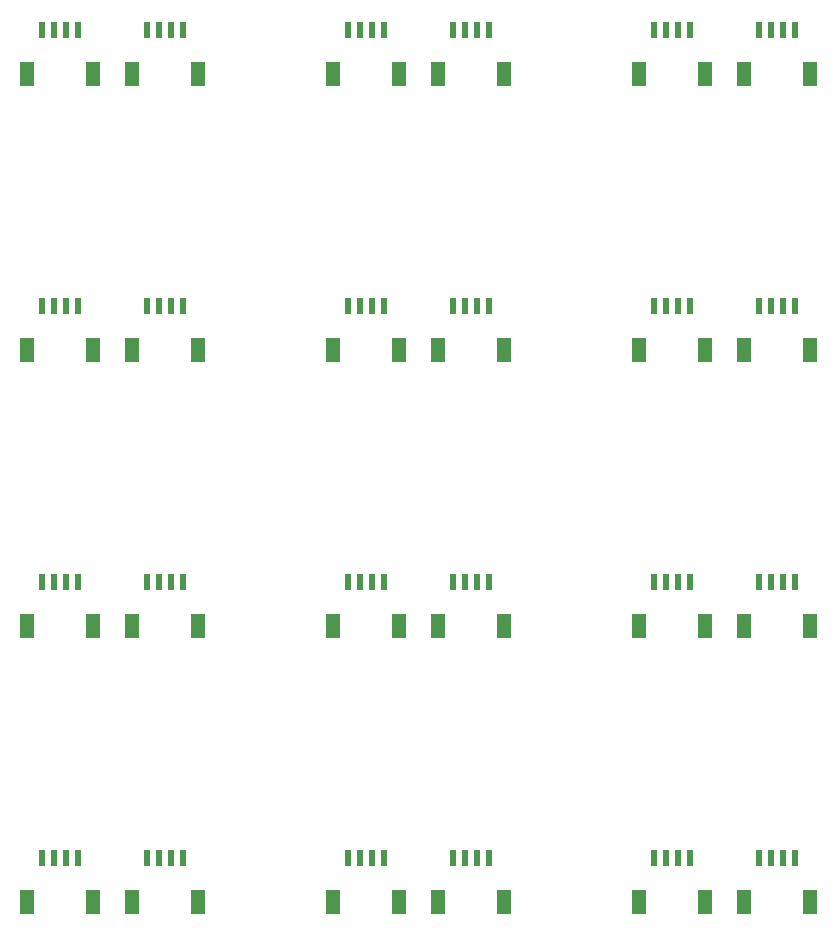
<source format=gtp>
G75*
%MOIN*%
%OFA0B0*%
%FSLAX25Y25*%
%IPPOS*%
%LPD*%
%AMOC8*
5,1,8,0,0,1.08239X$1,22.5*
%
%ADD10R,0.04724X0.07874*%
%ADD11R,0.02362X0.05315*%
D10*
X0107476Y0038865D03*
X0129524Y0038865D03*
X0142479Y0038865D03*
X0164527Y0038865D03*
X0209476Y0038865D03*
X0231524Y0038865D03*
X0244479Y0038865D03*
X0266527Y0038865D03*
X0311476Y0038865D03*
X0333524Y0038865D03*
X0346479Y0038865D03*
X0368527Y0038865D03*
X0368527Y0130865D03*
X0346479Y0130865D03*
X0333524Y0130865D03*
X0311476Y0130865D03*
X0266527Y0130865D03*
X0244479Y0130865D03*
X0231524Y0130865D03*
X0209476Y0130865D03*
X0164527Y0130865D03*
X0142479Y0130865D03*
X0129524Y0130865D03*
X0107476Y0130865D03*
X0107476Y0222865D03*
X0129524Y0222865D03*
X0142479Y0222865D03*
X0164527Y0222865D03*
X0209476Y0222865D03*
X0231524Y0222865D03*
X0244479Y0222865D03*
X0266527Y0222865D03*
X0311476Y0222865D03*
X0333524Y0222865D03*
X0346479Y0222865D03*
X0368527Y0222865D03*
X0368527Y0314865D03*
X0346479Y0314865D03*
X0333524Y0314865D03*
X0311476Y0314865D03*
X0266527Y0314865D03*
X0244479Y0314865D03*
X0231524Y0314865D03*
X0209476Y0314865D03*
X0164527Y0314865D03*
X0142479Y0314865D03*
X0129524Y0314865D03*
X0107476Y0314865D03*
D11*
X0112594Y0329333D03*
X0116531Y0329333D03*
X0120469Y0329333D03*
X0124406Y0329333D03*
X0147598Y0329334D03*
X0151535Y0329334D03*
X0155472Y0329334D03*
X0159409Y0329334D03*
X0214594Y0329333D03*
X0218531Y0329333D03*
X0222469Y0329333D03*
X0226406Y0329333D03*
X0249598Y0329334D03*
X0253535Y0329334D03*
X0257472Y0329334D03*
X0261409Y0329334D03*
X0316594Y0329333D03*
X0320531Y0329333D03*
X0324469Y0329333D03*
X0328406Y0329333D03*
X0351598Y0329334D03*
X0355535Y0329334D03*
X0359472Y0329334D03*
X0363409Y0329334D03*
X0363409Y0237334D03*
X0359472Y0237334D03*
X0355535Y0237334D03*
X0351598Y0237334D03*
X0328406Y0237333D03*
X0324469Y0237333D03*
X0320531Y0237333D03*
X0316594Y0237333D03*
X0261409Y0237334D03*
X0257472Y0237334D03*
X0253535Y0237334D03*
X0249598Y0237334D03*
X0226406Y0237333D03*
X0222469Y0237333D03*
X0218531Y0237333D03*
X0214594Y0237333D03*
X0159409Y0237334D03*
X0155472Y0237334D03*
X0151535Y0237334D03*
X0147598Y0237334D03*
X0124406Y0237333D03*
X0120469Y0237333D03*
X0116531Y0237333D03*
X0112594Y0237333D03*
X0112594Y0145333D03*
X0116531Y0145333D03*
X0120469Y0145333D03*
X0124406Y0145333D03*
X0147598Y0145334D03*
X0151535Y0145334D03*
X0155472Y0145334D03*
X0159409Y0145334D03*
X0214594Y0145333D03*
X0218531Y0145333D03*
X0222469Y0145333D03*
X0226406Y0145333D03*
X0249598Y0145334D03*
X0253535Y0145334D03*
X0257472Y0145334D03*
X0261409Y0145334D03*
X0316594Y0145333D03*
X0320531Y0145333D03*
X0324469Y0145333D03*
X0328406Y0145333D03*
X0351598Y0145334D03*
X0355535Y0145334D03*
X0359472Y0145334D03*
X0363409Y0145334D03*
X0363409Y0053334D03*
X0359472Y0053334D03*
X0355535Y0053334D03*
X0351598Y0053334D03*
X0328406Y0053333D03*
X0324469Y0053333D03*
X0320531Y0053333D03*
X0316594Y0053333D03*
X0261409Y0053334D03*
X0257472Y0053334D03*
X0253535Y0053334D03*
X0249598Y0053334D03*
X0226406Y0053333D03*
X0222469Y0053333D03*
X0218531Y0053333D03*
X0214594Y0053333D03*
X0159409Y0053334D03*
X0155472Y0053334D03*
X0151535Y0053334D03*
X0147598Y0053334D03*
X0124406Y0053333D03*
X0120469Y0053333D03*
X0116531Y0053333D03*
X0112594Y0053333D03*
M02*

</source>
